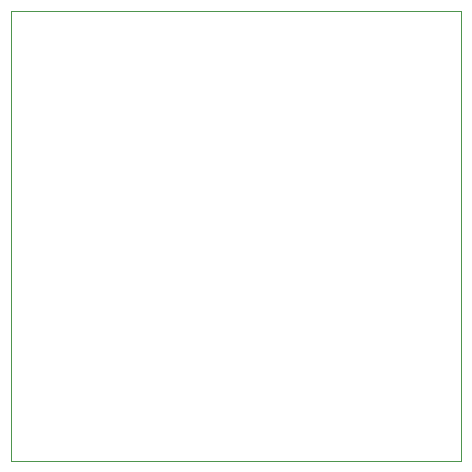
<source format=gko>
G75*
%MOIN*%
%OFA0B0*%
%FSLAX24Y24*%
%IPPOS*%
%LPD*%
%AMOC8*
5,1,8,0,0,1.08239X$1,22.5*
%
%ADD10C,0.0000*%
D10*
X000180Y000180D02*
X000180Y015180D01*
X015180Y015180D01*
X015180Y000180D01*
X000180Y000180D01*
M02*

</source>
